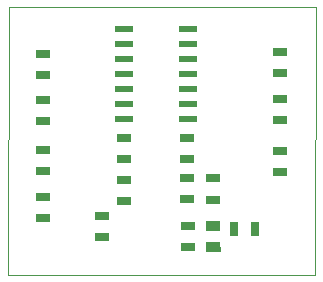
<source format=gtp>
G75*
%MOIN*%
%OFA0B0*%
%FSLAX25Y25*%
%IPPOS*%
%LPD*%
%AMOC8*
5,1,8,0,0,1.08239X$1,22.5*
%
%ADD10C,0.00000*%
%ADD11R,0.05906X0.02362*%
%ADD12R,0.04724X0.03150*%
%ADD13R,0.03150X0.04724*%
D10*
X0001424Y0001600D02*
X0001784Y0091123D01*
X0104108Y0091123D01*
X0103748Y0001600D01*
X0001424Y0001600D01*
D11*
X0040119Y0053741D03*
X0040119Y0058741D03*
X0040119Y0063741D03*
X0040119Y0068741D03*
X0040119Y0073741D03*
X0040119Y0078741D03*
X0040119Y0083741D03*
X0061379Y0083741D03*
X0061379Y0078741D03*
X0061379Y0073741D03*
X0061379Y0068741D03*
X0061379Y0063702D03*
X0061379Y0058741D03*
X0061379Y0053741D03*
D12*
X0061119Y0047284D03*
X0061119Y0040198D03*
X0061191Y0033978D03*
X0061191Y0026891D03*
X0069719Y0026808D03*
X0069719Y0033894D03*
X0061440Y0018158D03*
X0061440Y0011072D03*
X0040024Y0026253D03*
X0032796Y0021379D03*
X0032796Y0014292D03*
X0013111Y0020591D03*
X0013111Y0027678D03*
X0013119Y0036198D03*
X0013119Y0043284D03*
X0013111Y0052875D03*
X0013111Y0059961D03*
X0013119Y0068198D03*
X0013119Y0075284D03*
X0040119Y0047284D03*
X0040119Y0040198D03*
X0040024Y0033339D03*
X0092245Y0035946D03*
X0092245Y0043032D03*
X0092245Y0053269D03*
X0092245Y0060355D03*
X0092029Y0069048D03*
X0092029Y0076134D03*
D13*
G36*
X0067596Y0016478D02*
X0067579Y0019627D01*
X0072302Y0019652D01*
X0072319Y0016503D01*
X0067596Y0016478D01*
G37*
G36*
X0067633Y0009392D02*
X0067616Y0012541D01*
X0072339Y0012566D01*
X0072356Y0009417D01*
X0067633Y0009392D01*
G37*
X0076891Y0017048D03*
X0083977Y0017048D03*
M02*

</source>
